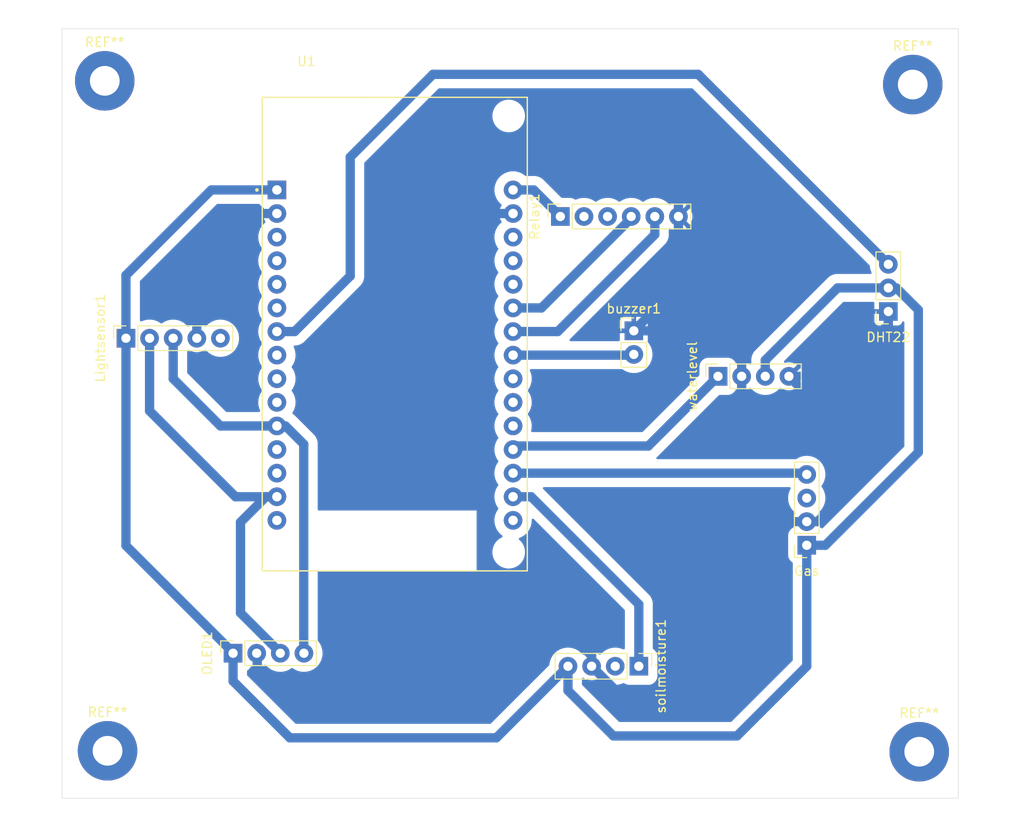
<source format=kicad_pcb>
(kicad_pcb (version 20241229) (generator "pcbnew") (generator_version "9.0")
  (layers (0 "F.Cu" signal) (2 "B.Cu" signal) (13 "F.Paste" user) (15 "B.Paste" user) (5 "F.SilkS" user "F.Silkscreen") (7 "B.SilkS" user "B.Silkscreen") (1 "F.Mask" user) (3 "B.Mask" user) (25 "Edge.Cuts" user))
  (net 0 "")
  (net 1 "GND")
  (net 2 "Net-(U1-D25)")
  (net 3 "Net-(DHT22-Pin_3)")
  (net 4 "VCC")
  (net 6 "Net-(J1-Pin_4)")
  (net 7 "Net-(Lightsensor1-Pin_3)")
  (net 8 "Net-(Lightsensor1-Pin_2)")
  (net 10 "Net-(Relay1-Pin_5)")
  (net 12 "Net-(Relay1-Pin_1)")
  (net 14 "Net-(Relay1-Pin_4)")
  (net 15 "Net-(U1-VP)")
  (net 34 "Net-(J2-Pin_1)")
  (footprint "Connector_PinSocket_2.54mm:PinSocket_1x04_P2.54mm_Vertical" (layer "F.Cu") (at 134.6 107.68 180)
    (property "Reference" "Gas" (at 0 -2.77 0) (layer "F.SilkS"))
    (property "Value" "Conn_01x04")
    (fp_line (start 1.33 1.27) (end 1.33 8.95) (stroke (width 0.12)) (layer "F.SilkS"))
    (fp_line (start 1.33 -1.33) (end 1.33 0) (stroke (width 0.12)) (layer "F.SilkS"))
    (fp_line (start 0 -1.33) (end 1.33 -1.33) (stroke (width 0.12)) (layer "F.SilkS"))
    (fp_line (start -1.33 8.95) (end 1.33 8.95) (stroke (width 0.12)) (layer "F.SilkS"))
    (fp_line (start -1.33 1.27) (end 1.33 1.27) (stroke (width 0.12)) (layer "F.SilkS"))
    (fp_line (start -1.33 1.27) (end -1.33 8.95) (stroke (width 0.12)) (layer "F.SilkS"))
    (pad "1" thru_hole rect (at 0 0 180) (size 2 2) (drill 1) (layers "*.Cu" "*.Mask") (net 4 "VCC"))
    (pad "2" thru_hole circle (at 0 2.54 180) (size 2 2) (drill 1) (layers "*.Cu" "*.Mask") (net 1 "GND"))
    (pad "3" thru_hole circle (at 0 5.08 180) (size 2 2) (drill 1) (layers "*.Cu" "*.Mask"))
    (pad "4" thru_hole circle (at 0 7.62 180) (size 2 2) (drill 1) (layers "*.Cu" "*.Mask") (net 6 "Net-(J1-Pin_4)"))
  )
  (footprint "MountingHole:MountingHole_3.2mm_M3_Pad" (layer "F.Cu") (at 59.1 57.7)
    (property "Reference" "REF**" (at 0 -4.15 0) (layer "F.SilkS"))
    (property "Value" "MountingHole_3.2mm_M3_Pad")
    (pad "1" thru_hole circle (at 0 0) (size 6.4 6.4) (drill 3.2) (layers "*.Cu" "*.Mask"))
  )
  (footprint "Connector_PinSocket_2.54mm:PinSocket_1x05_P2.54mm_Vertical" (layer "F.Cu") (at 61.38 85.4 90)
    (property "Reference" "Lightsensor1" (at 0 -2.77 90) (layer "F.SilkS"))
    (property "Value" "Conn_01x05")
    (fp_line (start 1.33 -1.33) (end 1.33 0) (stroke (width 0.12)) (layer "F.SilkS"))
    (fp_line (start 0 -1.33) (end 1.33 -1.33) (stroke (width 0.12)) (layer "F.SilkS"))
    (fp_line (start 1.33 1.27) (end 1.33 11.49) (stroke (width 0.12)) (layer "F.SilkS"))
    (fp_line (start -1.33 1.27) (end 1.33 1.27) (stroke (width 0.12)) (layer "F.SilkS"))
    (fp_line (start -1.33 1.27) (end -1.33 11.49) (stroke (width 0.12)) (layer "F.SilkS"))
    (fp_line (start -1.33 11.49) (end 1.33 11.49) (stroke (width 0.12)) (layer "F.SilkS"))
    (pad "1" thru_hole rect (at 0 0 90) (size 2 2) (drill 1) (layers "*.Cu" "*.Mask") (net 4 "VCC"))
    (pad "2" thru_hole circle (at 0 2.54 90) (size 2 2) (drill 1) (layers "*.Cu" "*.Mask") (net 8 "Net-(Lightsensor1-Pin_2)"))
    (pad "3" thru_hole circle (at 0 5.08 90) (size 2 2) (drill 1) (layers "*.Cu" "*.Mask") (net 7 "Net-(Lightsensor1-Pin_3)"))
    (pad "4" thru_hole circle (at 0 7.62 90) (size 2 2) (drill 1) (layers "*.Cu" "*.Mask") (net 1 "GND"))
    (pad "5" thru_hole circle (at 0 10.16 90) (size 2 2) (drill 1) (layers "*.Cu" "*.Mask"))
  )
  (footprint "Connector_PinHeader_2.54mm:PinHeader_1x04_P2.54mm_Vertical" (layer "F.Cu") (at 116.54 120.7 -90)
    (property "Reference" "soilmoisture1" (at 0 -2.38 90) (layer "F.SilkS"))
    (property "Value" "Conn_01x04")
    (fp_line (start -1.38 9) (end 1.38 9) (stroke (width 0.12)) (layer "F.SilkS"))
    (fp_line (start -1.38 1.27) (end -1.38 9) (stroke (width 0.12)) (layer "F.SilkS"))
    (fp_line (start -1.38 1.27) (end 1.38 1.27) (stroke (width 0.12)) (layer "F.SilkS"))
    (fp_line (start 1.38 1.27) (end 1.38 9) (stroke (width 0.12)) (layer "F.SilkS"))
    (fp_line (start -1.38 0) (end -1.38 -1.38) (stroke (width 0.12)) (layer "F.SilkS"))
    (fp_line (start -1.38 -1.38) (end 0 -1.38) (stroke (width 0.12)) (layer "F.SilkS"))
    (pad "1" thru_hole rect (at 0 0 270) (size 2 2) (drill 1) (layers "*.Cu" "*.Mask") (net 15 "Net-(U1-VP)"))
    (pad "2" thru_hole circle (at 0 2.54 270) (size 2 2) (drill 1) (layers "*.Cu" "*.Mask"))
    (pad "3" thru_hole circle (at 0 5.08 270) (size 2 2) (drill 1) (layers "*.Cu" "*.Mask") (net 1 "GND"))
    (pad "4" thru_hole circle (at 0 7.62 270) (size 2 2) (drill 1) (layers "*.Cu" "*.Mask") (net 4 "VCC"))
  )
  (footprint "MountingHole:MountingHole_3.2mm_M3_Pad" (layer "F.Cu") (at 146 58.1)
    (property "Reference" "REF**" (at 0 -4.15 0) (layer "F.SilkS"))
    (property "Value" "MountingHole_3.2mm_M3_Pad")
    (pad "1" thru_hole circle (at 0 0) (size 6.4 6.4) (drill 3.2) (layers "*.Cu" "*.Mask"))
  )
  (footprint "ESP32-DEVKIT-V1:MODULE_ESP32_DEVKIT_V1" (layer "F.Cu") (at 90.315 84.955)
    (property "Reference" "U1" (at -9.515 -29.355 0) (layer "F.SilkS"))
    (property "Value" "ESP32-DEVKIT-V1")
    (fp_line (start -14.28 -25.475) (end -3.211 -25.475) (stroke (width 0.127)) (layer "F.SilkS"))
    (fp_line (start -14.28 -25.475) (end 14.23 -25.475) (stroke (width 0.127)) (layer "F.SilkS"))
    (fp_line (start -14.28 25.475) (end -14.28 -25.475) (stroke (width 0.127)) (layer "F.SilkS"))
    (fp_line (start -14.28 25.475) (end -14.28 -25.475) (stroke (width 0.127)) (layer "F.SilkS"))
    (fp_line (start -14.28 25.475) (end -8.91 25.475) (stroke (width 0.127)) (layer "F.SilkS"))
    (fp_line (start -8.91 25.475) (end 8.78 25.475) (stroke (width 0.127)) (layer "F.SilkS"))
    (fp_line (start -3.211 -25.475) (end 3.5 -25.475) (stroke (width 0.127)) (layer "F.SilkS"))
    (fp_line (start 3.5 -25.475) (end 14.23 -25.475) (stroke (width 0.127)) (layer "F.SilkS"))
    (fp_line (start 8.78 25.475) (end 14.23 25.475) (stroke (width 0.127)) (layer "F.SilkS"))
    (fp_line (start 14.23 -25.475) (end 14.23 25.475) (stroke (width 0.127)) (layer "F.SilkS"))
    (fp_line (start 14.23 -25.475) (end 14.23 25.475) (stroke (width 0.127)) (layer "F.SilkS"))
    (fp_line (start 14.23 25.475) (end -14.28 25.475) (stroke (width 0.127)) (layer "F.SilkS"))
    (fp_circle (center -14.85 -15.515) (end -14.75 -15.515) (stroke (width 0.2)) (fill no) (layer "F.SilkS"))
    (pad "" np_thru_hole circle (at -12.28 -23.475) (size 3 3) (drill 3) (layers "*.Cu" "*.Mask"))
    (pad "" np_thru_hole circle (at -12.28 23.475) (size 3 3) (drill 3) (layers "*.Cu" "*.Mask"))
    (pad "" np_thru_hole circle (at 12.23 -23.475) (size 3 3) (drill 3) (layers "*.Cu" "*.Mask"))
    (pad "" np_thru_hole circle (at 12.23 23.475) (size 3 3) (drill 3) (layers "*.Cu" "*.Mask"))
    (pad "1" thru_hole rect (at -12.7 -15.515) (size 2 2) (drill 1.02) (layers "*.Cu" "*.Mask") (net 4 "VCC"))
    (pad "2" thru_hole circle (at -12.7 -12.975) (size 2 2) (drill 1.02) (layers "*.Cu" "*.Mask") (net 1 "GND"))
    (pad "3" thru_hole circle (at -12.7 -10.435) (size 2 2) (drill 1.02) (layers "*.Cu" "*.Mask"))
    (pad "4" thru_hole circle (at -12.7 -7.895) (size 2 2) (drill 1.02) (layers "*.Cu" "*.Mask"))
    (pad "5" thru_hole circle (at -12.7 -5.355) (size 2 2) (drill 1.02) (layers "*.Cu" "*.Mask"))
    (pad "6" thru_hole circle (at -12.7 -2.815) (size 2 2) (drill 1.02) (layers "*.Cu" "*.Mask"))
    (pad "7" thru_hole circle (at -12.7 -0.275) (size 2 2) (drill 1.02) (layers "*.Cu" "*.Mask") (net 3 "Net-(DHT22-Pin_3)"))
    (pad "8" thru_hole circle (at -12.7 2.265) (size 2 2) (drill 1.02) (layers "*.Cu" "*.Mask"))
    (pad "9" thru_hole circle (at -12.7 4.805) (size 2 2) (drill 1.02) (layers "*.Cu" "*.Mask"))
    (pad "10" thru_hole circle (at -12.7 7.345) (size 2 2) (drill 1.02) (layers "*.Cu" "*.Mask"))
    (pad "11" thru_hole circle (at -12.7 9.885) (size 2 2) (drill 1.02) (layers "*.Cu" "*.Mask") (net 7 "Net-(Lightsensor1-Pin_3)"))
    (pad "12" thru_hole circle (at -12.7 12.425) (size 2 2) (drill 1.02) (layers "*.Cu" "*.Mask"))
    (pad "13" thru_hole circle (at -12.7 14.965) (size 2 2) (drill 1.02) (layers "*.Cu" "*.Mask"))
    (pad "14" thru_hole circle (at -12.7 17.505) (size 2 2) (drill 1.02) (layers "*.Cu" "*.Mask") (net 8 "Net-(Lightsensor1-Pin_2)"))
    (pad "15" thru_hole circle (at -12.7 20.045) (size 2 2) (drill 1.02) (layers "*.Cu" "*.Mask"))
    (pad "16" thru_hole circle (at 12.7 20.045) (size 2 2) (drill 1.02) (layers "*.Cu" "*.Mask"))
    (pad "17" thru_hole circle (at 12.7 17.505) (size 2 2) (drill 1.02) (layers "*.Cu" "*.Mask") (net 15 "Net-(U1-VP)"))
    (pad "18" thru_hole circle (at 12.7 14.965) (size 2 2) (drill 1.02) (layers "*.Cu" "*.Mask") (net 6 "Net-(J1-Pin_4)"))
    (pad "19" thru_hole circle (at 12.7 12.425) (size 2 2) (drill 1.02) (layers "*.Cu" "*.Mask") (net 34 "Net-(J2-Pin_1)"))
    (pad "20" thru_hole circle (at 12.7 9.885) (size 2 2) (drill 1.02) (layers "*.Cu" "*.Mask"))
    (pad "21" thru_hole circle (at 12.7 7.345) (size 2 2) (drill 1.02) (layers "*.Cu" "*.Mask"))
    (pad "22" thru_hole circle (at 12.7 4.805) (size 2 2) (drill 1.02) (layers "*.Cu" "*.Mask"))
    (pad "23" thru_hole circle (at 12.7 2.265) (size 2 2) (drill 1.02) (layers "*.Cu" "*.Mask") (net 2 "Net-(U1-D25)"))
    (pad "24" thru_hole circle (at 12.7 -0.275) (size 2 2) (drill 1.02) (layers "*.Cu" "*.Mask") (net 10 "Net-(Relay1-Pin_5)"))
    (pad "25" thru_hole circle (at 12.7 -2.815) (size 2 2) (drill 1.02) (layers "*.Cu" "*.Mask") (net 14 "Net-(Relay1-Pin_4)"))
    (pad "26" thru_hole circle (at 12.7 -5.355) (size 2 2) (drill 1.02) (layers "*.Cu" "*.Mask"))
    (pad "27" thru_hole circle (at 12.7 -7.895) (size 2 2) (drill 1.02) (layers "*.Cu" "*.Mask"))
    (pad "28" thru_hole circle (at 12.7 -10.435) (size 2 2) (drill 1.02) (layers "*.Cu" "*.Mask"))
    (pad "29" thru_hole circle (at 12.7 -12.975) (size 2 2) (drill 1.02) (layers "*.Cu" "*.Mask") (net 1 "GND"))
    (pad "30" thru_hole circle (at 12.7 -15.515) (size 2 2) (drill 1.02) (layers "*.Cu" "*.Mask") (net 12 "Net-(Relay1-Pin_1)"))
    (zone (net 0) (net_name "") (layer "B.Cu") (connect_pads (clearance 0)) (min_thickness 0.01)
      (keepout (tracks not_allowed) (vias not_allowed) (pads not_allowed) (copperpour not_allowed) (footprints allowed))
      (fill (thermal_gap 0.508) (thermal_bridge_width 0.508))
      (polygon (pts (xy 81.405 103.94) (xy 99.095 103.94) (xy 99.095 110.43) (xy 81.405 110.43)))
    )
  )
  (footprint "Connector_PinHeader_2.54mm:PinHeader_1x02_P2.54mm_Vertical" (layer "F.Cu") (at 116 84.6)
    (property "Reference" "buzzer1" (at 0 -2.38 0) (layer "F.SilkS"))
    (property "Value" "Conn_01x02")
    (fp_line (start -1.38 -1.38) (end 0 -1.38) (stroke (width 0.12)) (layer "F.SilkS"))
    (fp_line (start -1.38 0) (end -1.38 -1.38) (stroke (width 0.12)) (layer "F.SilkS"))
    (fp_line (start -1.38 1.27) (end -1.38 3.92) (stroke (width 0.12)) (layer "F.SilkS"))
    (fp_line (start -1.38 1.27) (end 1.38 1.27) (stroke (width 0.12)) (layer "F.SilkS"))
    (fp_line (start -1.38 3.92) (end 1.38 3.92) (stroke (width 0.12)) (layer "F.SilkS"))
    (fp_line (start 1.38 1.27) (end 1.38 3.92) (stroke (width 0.12)) (layer "F.SilkS"))
    (pad "1" thru_hole rect (at 0 0) (size 2 2) (drill 1) (layers "*.Cu" "*.Mask") (net 1 "GND"))
    (pad "2" thru_hole circle (at 0 2.54) (size 2 2) (drill 1) (layers "*.Cu" "*.Mask") (net 2 "Net-(U1-D25)"))
  )
  (footprint "MountingHole:MountingHole_3.2mm_M3_Pad" (layer "F.Cu") (at 146.7 129.9)
    (property "Reference" "REF**" (at 0 -4.15 0) (layer "F.SilkS"))
    (property "Value" "MountingHole_3.2mm_M3_Pad")
    (pad "1" thru_hole circle (at 0 0) (size 6.4 6.4) (drill 3.2) (layers "*.Cu" "*.Mask"))
  )
  (footprint "Connector_PinSocket_2.54mm:PinSocket_1x03_P2.54mm_Vertical" (layer "F.Cu") (at 143.375 82.525 180)
    (property "Reference" "DHT22" (at 0 -2.77 0) (layer "F.SilkS"))
    (property "Value" "Conn_01x03")
    (fp_line (start 1.33 1.27) (end 1.33 6.41) (stroke (width 0.12)) (layer "F.SilkS"))
    (fp_line (start 1.33 -1.33) (end 1.33 0) (stroke (width 0.12)) (layer "F.SilkS"))
    (fp_line (start 0 -1.33) (end 1.33 -1.33) (stroke (width 0.12)) (layer "F.SilkS"))
    (fp_line (start -1.33 6.41) (end 1.33 6.41) (stroke (width 0.12)) (layer "F.SilkS"))
    (fp_line (start -1.33 1.27) (end 1.33 1.27) (stroke (width 0.12)) (layer "F.SilkS"))
    (fp_line (start -1.33 1.27) (end -1.33 6.41) (stroke (width 0.12)) (layer "F.SilkS"))
    (pad "1" thru_hole rect (at 0 0 180) (size 2 2) (drill 1) (layers "*.Cu" "*.Mask") (net 1 "GND"))
    (pad "2" thru_hole circle (at 0 2.54 180) (size 2 2) (drill 1) (layers "*.Cu" "*.Mask") (net 4 "VCC"))
    (pad "3" thru_hole circle (at 0 5.08 180) (size 2 2) (drill 1) (layers "*.Cu" "*.Mask") (net 3 "Net-(DHT22-Pin_3)"))
  )
  (footprint "Connector_PinSocket_2.54mm:PinSocket_1x04_P2.54mm_Vertical" (layer "F.Cu") (at 72.9 119.3 90)
    (property "Reference" "OLED1" (at 0 -2.77 90) (layer "F.SilkS"))
    (property "Value" "Conn_01x04" (hide yes))
    (fp_line (start 1.33 -1.33) (end 1.33 0) (stroke (width 0.12)) (layer "F.SilkS"))
    (fp_line (start 0 -1.33) (end 1.33 -1.33) (stroke (width 0.12)) (layer "F.SilkS"))
    (fp_line (start 1.33 1.27) (end 1.33 8.95) (stroke (width 0.12)) (layer "F.SilkS"))
    (fp_line (start -1.33 1.27) (end 1.33 1.27) (stroke (width 0.12)) (layer "F.SilkS"))
    (fp_line (start -1.33 1.27) (end -1.33 8.95) (stroke (width 0.12)) (layer "F.SilkS"))
    (fp_line (start -1.33 8.95) (end 1.33 8.95) (stroke (width 0.12)) (layer "F.SilkS"))
    (pad "1" thru_hole rect (at 0 0 90) (size 2 2) (drill 1) (layers "*.Cu" "*.Mask") (net 4 "VCC"))
    (pad "2" thru_hole circle (at 0 2.54 90) (size 2 2) (drill 1) (layers "*.Cu" "*.Mask") (net 1 "GND"))
    (pad "3" thru_hole circle (at 0 5.08 90) (size 2 2) (drill 1) (layers "*.Cu" "*.Mask") (net 8 "Net-(Lightsensor1-Pin_2)"))
    (pad "4" thru_hole circle (at 0 7.62 90) (size 2 2) (drill 1) (layers "*.Cu" "*.Mask") (net 7 "Net-(Lightsensor1-Pin_3)"))
  )
  (footprint "Connector_PinSocket_2.54mm:PinSocket_1x04_P2.54mm_Vertical" (layer "F.Cu") (at 125.06 89.5 90)
    (property "Reference" "waterlevel" (at 0 -2.77 90) (layer "F.SilkS"))
    (property "Value" "Conn_01x04")
    (fp_line (start 1.33 -1.33) (end 1.33 0) (stroke (width 0.12)) (layer "F.SilkS"))
    (fp_line (start 0 -1.33) (end 1.33 -1.33) (stroke (width 0.12)) (layer "F.SilkS"))
    (fp_line (start 1.33 1.27) (end 1.33 8.95) (stroke (width 0.12)) (layer "F.SilkS"))
    (fp_line (start -1.33 1.27) (end 1.33 1.27) (stroke (width 0.12)) (layer "F.SilkS"))
    (fp_line (start -1.33 1.27) (end -1.33 8.95) (stroke (width 0.12)) (layer "F.SilkS"))
    (fp_line (start -1.33 8.95) (end 1.33 8.95) (stroke (width 0.12)) (layer "F.SilkS"))
    (pad "1" thru_hole rect (at 0 0 90) (size 2 2) (drill 1) (layers "*.Cu" "*.Mask") (net 34 "Net-(J2-Pin_1)"))
    (pad "2" thru_hole circle (at 0 2.54 90) (size 2 2) (drill 1) (layers "*.Cu" "*.Mask") (net 1 "GND"))
    (pad "3" thru_hole circle (at 0 5.08 90) (size 2 2) (drill 1) (layers "*.Cu" "*.Mask") (net 4 "VCC"))
    (pad "4" thru_hole circle (at 0 7.62 90) (size 2 2) (drill 1) (layers "*.Cu" "*.Mask") (net 1 "GND"))
  )
  (footprint "MountingHole:MountingHole_3.2mm_M3_Pad" (layer "F.Cu") (at 59.4 129.8)
    (property "Reference" "REF**" (at 0 -4.15 0) (layer "F.SilkS"))
    (property "Value" "MountingHole_3.2mm_M3_Pad")
    (pad "1" thru_hole circle (at 0 0) (size 6.4 6.4) (drill 3.2) (layers "*.Cu" "*.Mask"))
  )
  (footprint "Connector_PinSocket_2.54mm:PinSocket_1x06_P2.54mm_Vertical" (layer "F.Cu") (at 108.1 72.3 90)
    (property "Reference" "Relay1" (at 0 -2.77 90) (layer "F.SilkS"))
    (property "Value" "Conn_01x06")
    (fp_line (start 1.33 -1.33) (end 1.33 0) (stroke (width 0.12)) (layer "F.SilkS"))
    (fp_line (start 0 -1.33) (end 1.33 -1.33) (stroke (width 0.12)) (layer "F.SilkS"))
    (fp_line (start 1.33 1.27) (end 1.33 14.03) (stroke (width 0.12)) (layer "F.SilkS"))
    (fp_line (start -1.33 1.27) (end 1.33 1.27) (stroke (width 0.12)) (layer "F.SilkS"))
    (fp_line (start -1.33 1.27) (end -1.33 14.03) (stroke (width 0.12)) (layer "F.SilkS"))
    (fp_line (start -1.33 14.03) (end 1.33 14.03) (stroke (width 0.12)) (layer "F.SilkS"))
    (pad "1" thru_hole rect (at 0 0 90) (size 2 2) (drill 1) (layers "*.Cu" "*.Mask") (net 12 "Net-(Relay1-Pin_1)"))
    (pad "2" thru_hole circle (at 0 2.54 90) (size 2 2) (drill 1) (layers "*.Cu" "*.Mask"))
    (pad "3" thru_hole circle (at 0 5.08 90) (size 2 2) (drill 1) (layers "*.Cu" "*.Mask"))
    (pad "4" thru_hole circle (at 0 7.62 90) (size 2 2) (drill 1) (layers "*.Cu" "*.Mask") (net 14 "Net-(Relay1-Pin_4)"))
    (pad "5" thru_hole circle (at 0 10.16 90) (size 2 2) (drill 1) (layers "*.Cu" "*.Mask") (net 10 "Net-(Relay1-Pin_5)"))
    (pad "6" thru_hole circle (at 0 12.7 90) (size 2 2) (drill 1) (layers "*.Cu" "*.Mask") (net 1 "GND"))
  )
  (gr_rect (start 54.5 52.1) (end 150.9 134.9) (stroke (width 0.05)) (fill no) (layer "Edge.Cuts"))
  (segment (start 78.2 123.4) (end 86.4 123.4) (width 1) (layer "B.Cu") (net 1))
  (segment (start 127.6 89.5) (end 127.6 92.2) (width 1) (layer "B.Cu") (net 1))
  (segment (start 127.4 110) (end 132.26 105.14) (width 1) (layer "B.Cu") (net 1))
  (segment (start 138.4 95.22) (end 138.4 102.5) (width 1) (layer "B.Cu") (net 1))
  (segment (start 132.68 89.5) (end 137.8 89.5) (width 1) (layer "B.Cu") (net 1))
  (segment (start 130.62 95.22) (end 138.4 95.22) (width 1) (layer "B.Cu") (net 1))
  (segment (start 109.1 117.2) (end 111.46 119.56) (width 1) (layer "B.Cu") (net 1))
  (segment (start 124.9 84.6) (end 127.6 87.3) (width 1) (layer "B.Cu") (net 1))
  (segment (start 120.8 70.3) (end 120.8 72.3) (width 1) (layer "B.Cu") (net 1))
  (segment (start 120.8 72.3) (end 120.8 79.8) (width 1) (layer "B.Cu") (net 1))
  (segment (start 75.44 119.3) (end 75.5 119.36) (width 1) (layer "B.Cu") (net 1))
  (segment (start 74.82 71.98) (end 69 77.8) (width 1) (layer "B.Cu") (net 1))
  (segment (start 99.78 71.98) (end 98.3 70.5) (width 1) (layer "B.Cu") (net 1))
  (segment (start 127.4 120.1) (end 127.4 110) (width 1) (layer "B.Cu") (net 1))
  (segment (start 103.015 71.98) (end 99.78 71.98) (width 1) (layer "B.Cu") (net 1))
  (segment (start 111.46 119.56) (end 111.46 120.7) (width 1) (layer "B.Cu") (net 1))
  (segment (start 86.4 123.4) (end 92.6 117.2) (width 1) (layer "B.Cu") (net 1))
  (segment (start 75.5 120.7) (end 78.2 123.4) (width 1) (layer "B.Cu") (net 1))
  (segment (start 127.6 87.3) (end 127.6 89.5) (width 1) (layer "B.Cu") (net 1))
  (segment (start 137.8 89.5) (end 143.375 83.925) (width 1) (layer "B.Cu") (net 1))
  (segment (start 116 65.5) (end 120.8 70.3) (width 1) (layer "B.Cu") (net 1))
  (segment (start 120.8 79.8) (end 116 84.6) (width 1) (layer "B.Cu") (net 1))
  (segment (start 92.6 117.2) (end 109.1 117.2) (width 1) (layer "B.Cu") (net 1))
  (segment (start 122.4 125.1) (end 127.4 120.1) (width 1) (layer "B.Cu") (net 1))
  (segment (start 116 84.6) (end 124.9 84.6) (width 1) (layer "B.Cu") (net 1))
  (segment (start 69 77.8) (end 69 85.4) (width 1) (layer "B.Cu") (net 1))
  (segment (start 132.68 89.5) (end 138.4 95.22) (width 1) (layer "B.Cu") (net 1))
  (segment (start 98.3 68.2) (end 101 65.5) (width 1) (layer "B.Cu") (net 1))
  (segment (start 115.86 125.1) (end 122.4 125.1) (width 1) (layer "B.Cu") (net 1))
  (segment (start 138.4 102.5) (end 135.76 105.14) (width 1) (layer "B.Cu") (net 1))
  (segment (start 77.615 71.98) (end 74.82 71.98) (width 1) (layer "B.Cu") (net 1))
  (segment (start 127.6 92.2) (end 130.62 95.22) (width 1) (layer "B.Cu") (net 1))
  (segment (start 132.26 105.14) (end 134.6 105.14) (width 1) (layer "B.Cu") (net 1))
  (segment (start 101 65.5) (end 116 65.5) (width 1) (layer "B.Cu") (net 1))
  (segment (start 143.375 83.925) (end 143.375 82.525) (width 1) (layer "B.Cu") (net 1))
  (segment (start 98.3 70.5) (end 98.3 68.2) (width 1) (layer "B.Cu") (net 1))
  (segment (start 75.5 119.36) (end 75.5 120.7) (width 1) (layer "B.Cu") (net 1))
  (segment (start 111.46 120.7) (end 115.86 125.1) (width 1) (layer "B.Cu") (net 1))
  (segment (start 135.76 105.14) (end 134.6 105.14) (width 1) (layer "B.Cu") (net 1))
  (segment (start 115.92 87.22) (end 116 87.14) (width 1) (layer "B.Cu") (net 2))
  (segment (start 103.015 87.22) (end 115.92 87.22) (width 1) (layer "B.Cu") (net 2))
  (segment (start 77.615 84.68) (end 79.52 84.68) (width 1) (layer "B.Cu") (net 3))
  (segment (start 85.5 65.9) (end 94.4 57) (width 1) (layer "B.Cu") (net 3))
  (segment (start 94.4 57) (end 122.93 57) (width 1) (layer "B.Cu") (net 3))
  (segment (start 79.52 84.68) (end 85.5 78.7) (width 1) (layer "B.Cu") (net 3))
  (segment (start 85.5 78.7) (end 85.5 65.9) (width 1) (layer "B.Cu") (net 3))
  (segment (start 122.93 57) (end 143.375 77.445) (width 1) (layer "B.Cu") (net 3))
  (segment (start 108.92 120.7) (end 108.92 123.32) (width 1) (layer "B.Cu") (net 4))
  (segment (start 146.6 97.68) (end 136.6 107.68) (width 1) (layer "B.Cu") (net 4))
  (segment (start 79 128.4) (end 101.22 128.4) (width 1) (layer "B.Cu") (net 4))
  (segment (start 72.9 119.24) (end 72.9 119.3) (width 1) (layer "B.Cu") (net 4))
  (segment (start 136.6 107.68) (end 134.6 107.68) (width 1) (layer "B.Cu") (net 4))
  (segment (start 72.9 119.3) (end 72.9 122.3) (width 1) (layer "B.Cu") (net 4))
  (segment (start 77.615 69.44) (end 70.56 69.44) (width 1) (layer "B.Cu") (net 4))
  (segment (start 113.8 128.2) (end 127.1 128.2) (width 1) (layer "B.Cu") (net 4))
  (segment (start 61.38 85.4) (end 61.38 107.72) (width 1) (layer "B.Cu") (net 4))
  (segment (start 101.22 128.4) (end 108.92 120.7) (width 1) (layer "B.Cu") (net 4))
  (segment (start 144.237 79.985) (end 146.6 82.348) (width 1) (layer "B.Cu") (net 4))
  (segment (start 61.38 78.62) (end 61.38 85.4) (width 1) (layer "B.Cu") (net 4))
  (segment (start 137.915 79.985) (end 143.375 79.985) (width 1) (layer "B.Cu") (net 4))
  (segment (start 143.375 79.985) (end 144.237 79.985) (width 1) (layer "B.Cu") (net 4))
  (segment (start 130.14 89.5) (end 130.14 87.76) (width 1) (layer "B.Cu") (net 4))
  (segment (start 72.9 122.3) (end 79 128.4) (width 1) (layer "B.Cu") (net 4))
  (segment (start 61.38 107.72) (end 72.9 119.24) (width 1) (layer "B.Cu") (net 4))
  (segment (start 130.14 87.76) (end 137.915 79.985) (width 1) (layer "B.Cu") (net 4))
  (segment (start 134.6 120.7) (end 134.6 107.68) (width 1) (layer "B.Cu") (net 4))
  (segment (start 127.1 128.2) (end 134.6 120.7) (width 1) (layer "B.Cu") (net 4))
  (segment (start 70.56 69.44) (end 61.38 78.62) (width 1) (layer "B.Cu") (net 4))
  (segment (start 146.6 82.348) (end 146.6 97.68) (width 1) (layer "B.Cu") (net 4))
  (segment (start 108.92 123.32) (end 113.8 128.2) (width 1) (layer "B.Cu") (net 4))
  (segment (start 134.46 99.92) (end 134.6 100.06) (width 1) (layer "B.Cu") (net 6))
  (segment (start 103.015 99.92) (end 134.46 99.92) (width 1) (layer "B.Cu") (net 6))
  (segment (start 78.54 94.84) (end 77.615 94.84) (width 1) (layer "B.Cu") (net 7))
  (segment (start 80.52 119.3) (end 80.52 119.24) (width 1) (layer "B.Cu") (net 7))
  (segment (start 80.5 119.22) (end 80.5 96.8) (width 1) (layer "B.Cu") (net 7))
  (segment (start 71.54 94.84) (end 77.615 94.84) (width 1) (layer "B.Cu") (net 7))
  (segment (start 66.46 89.76) (end 71.54 94.84) (width 1) (layer "B.Cu") (net 7))
  (segment (start 66.46 85.4) (end 66.46 89.76) (width 1) (layer "B.Cu") (net 7))
  (segment (start 80.5 96.8) (end 78.54 94.84) (width 1) (layer "B.Cu") (net 7))
  (segment (start 80.52 119.24) (end 80.5 119.22) (width 1) (layer "B.Cu") (net 7))
  (segment (start 73.16 102.46) (end 63.92 93.22) (width 1) (layer "B.Cu") (net 8))
  (segment (start 73.7 105.2) (end 76.44 102.46) (width 1) (layer "B.Cu") (net 8))
  (segment (start 77.98 119.24) (end 73.7 114.96) (width 1) (layer "B.Cu") (net 8))
  (segment (start 77.615 102.46) (end 73.16 102.46) (width 1) (layer "B.Cu") (net 8))
  (segment (start 63.92 93.22) (end 63.92 85.4) (width 1) (layer "B.Cu") (net 8))
  (segment (start 77.98 119.3) (end 77.98 119.24) (width 1) (layer "B.Cu") (net 8))
  (segment (start 76.44 102.46) (end 77.615 102.46) (width 1) (layer "B.Cu") (net 8))
  (segment (start 73.7 114.96) (end 73.7 105.2) (width 1) (layer "B.Cu") (net 8))
  (segment (start 103.015 84.68) (end 107.82 84.68) (width 1) (layer "B.Cu") (net 10))
  (segment (start 107.82 84.68) (end 118.26 74.24) (width 1) (layer "B.Cu") (net 10))
  (segment (start 118.26 74.24) (end 118.26 72.3) (width 1) (layer "B.Cu") (net 10))
  (segment (start 103.015 69.44) (end 105.24 69.44) (width 1) (layer "B.Cu") (net 12))
  (segment (start 105.24 69.44) (end 108.1 72.3) (width 1) (layer "B.Cu") (net 12))
  (segment (start 106.07 82.14) (end 115.72 72.49) (width 1) (layer "B.Cu") (net 14))
  (segment (start 103.015 82.14) (end 106.07 82.14) (width 1) (layer "B.Cu") (net 14))
  (segment (start 115.72 72.49) (end 115.72 72.3) (width 1) (layer "B.Cu") (net 14))
  (segment (start 103.015 102.46) (end 104.96 102.46) (width 1) (layer "B.Cu") (net 15))
  (segment (start 116.54 114.04) (end 116.54 120.7) (width 1) (layer "B.Cu") (net 15))
  (segment (start 104.96 102.46) (end 116.54 114.04) (width 1) (layer "B.Cu") (net 15))
  (segment (start 117.56 97) (end 125.06 89.5) (width 1) (layer "B.Cu") (net 34))
  (segment (start 103.015 97.38) (end 103.395 97) (width 1) (layer "B.Cu") (net 34))
  (segment (start 103.395 97) (end 117.56 97) (width 1) (layer "B.Cu") (net 34))
  (zone (net 1) (net_name "GND") (layer "B.Cu") (connect_pads (clearance 1)) (min_thickness 0.25) (fill yes (thermal_gap 0.5) (thermal_bridge_width 0.5))
    (polygon (pts (xy 52 49) (xy 153.7 49) (xy 153.7 138) (xy 52 138)))
  )
)
</source>
